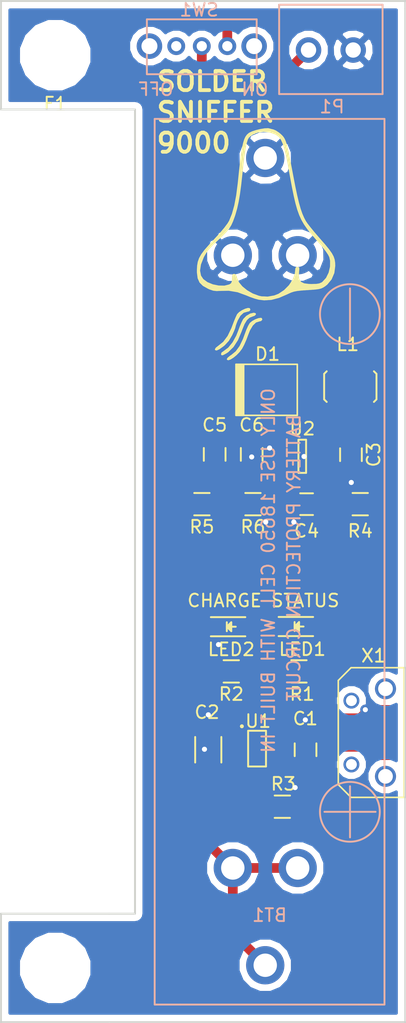
<source format=kicad_pcb>
(kicad_pcb (version 20160815) (host pcbnew "(2017-01-24 revision 0b6147e)-makepkg")

  (general
    (links 42)
    (no_connects 0)
    (area 132.784999 42.104999 164.605001 122.255001)
    (thickness 1.6)
    (drawings 16)
    (tracks 126)
    (zones 0)
    (modules 25)
    (nets 16)
  )

  (page A4)
  (layers
    (0 F.Cu signal)
    (31 B.Cu signal hide)
    (32 B.Adhes user)
    (33 F.Adhes user)
    (34 B.Paste user)
    (35 F.Paste user)
    (36 B.SilkS user)
    (37 F.SilkS user)
    (38 B.Mask user)
    (39 F.Mask user)
    (40 Dwgs.User user)
    (41 Cmts.User user)
    (42 Eco1.User user)
    (43 Eco2.User user)
    (44 Edge.Cuts user)
    (45 Margin user)
    (46 B.CrtYd user)
    (47 F.CrtYd user)
    (48 B.Fab user)
    (49 F.Fab user)
  )

  (setup
    (last_trace_width 0.381)
    (user_trace_width 0.254)
    (user_trace_width 0.381)
    (user_trace_width 0.508)
    (user_trace_width 0.635)
    (user_trace_width 0.762)
    (trace_clearance 0.2)
    (zone_clearance 0.508)
    (zone_45_only no)
    (trace_min 0.2)
    (segment_width 0.2)
    (edge_width 0.15)
    (via_size 0.8)
    (via_drill 0.4)
    (via_min_size 0.4)
    (via_min_drill 0.3)
    (uvia_size 0.3)
    (uvia_drill 0.1)
    (uvias_allowed no)
    (uvia_min_size 0.2)
    (uvia_min_drill 0.1)
    (pcb_text_width 0.3)
    (pcb_text_size 1.5 1.5)
    (mod_edge_width 0.15)
    (mod_text_size 1 1)
    (mod_text_width 0.15)
    (pad_size 1.524 1.524)
    (pad_drill 0.762)
    (pad_to_mask_clearance 0.2)
    (aux_axis_origin 0 0)
    (visible_elements 7FFEFF5F)
    (pcbplotparams
      (layerselection 0x010f0_ffffffff)
      (usegerberextensions true)
      (excludeedgelayer true)
      (linewidth 0.100000)
      (plotframeref false)
      (viasonmask false)
      (mode 1)
      (useauxorigin false)
      (hpglpennumber 1)
      (hpglpenspeed 20)
      (hpglpendiameter 15)
      (psnegative false)
      (psa4output false)
      (plotreference true)
      (plotvalue true)
      (plotinvisibletext false)
      (padsonsilk false)
      (subtractmaskfromsilk true)
      (outputformat 1)
      (mirror false)
      (drillshape 0)
      (scaleselection 1)
      (outputdirectory Gerber/))
  )

  (net 0 "")
  (net 1 GND)
  (net 2 /ss9000-charge/+VBAT)
  (net 3 /ss9000-charge/+5V)
  (net 4 "Net-(C4-Pad1)")
  (net 5 /ss9000-power/+12V)
  (net 6 "Net-(C5-Pad2)")
  (net 7 "Net-(D1-Pad2)")
  (net 8 "Net-(LED1-Pad1)")
  (net 9 "Net-(LED2-Pad2)")
  (net 10 "Net-(R1-Pad2)")
  (net 11 "Net-(R3-Pad1)")
  (net 12 "Net-(X1-Pad2)")
  (net 13 "Net-(X1-Pad3)")
  (net 14 "Net-(X1-Pad4)")
  (net 15 "Net-(C3-Pad1)")

  (net_class Default "This is the default net class."
    (clearance 0.2)
    (trace_width 0.25)
    (via_dia 0.8)
    (via_drill 0.4)
    (uvia_dia 0.3)
    (uvia_drill 0.1)
    (add_net /ss9000-charge/+5V)
    (add_net /ss9000-charge/+VBAT)
    (add_net /ss9000-power/+12V)
    (add_net GND)
    (add_net "Net-(C3-Pad1)")
    (add_net "Net-(C4-Pad1)")
    (add_net "Net-(C5-Pad2)")
    (add_net "Net-(D1-Pad2)")
    (add_net "Net-(LED1-Pad1)")
    (add_net "Net-(LED2-Pad2)")
    (add_net "Net-(R1-Pad2)")
    (add_net "Net-(R3-Pad1)")
    (add_net "Net-(X1-Pad2)")
    (add_net "Net-(X1-Pad3)")
    (add_net "Net-(X1-Pad4)")
  )

  (module logo_fumes:LOGO (layer F.Cu) (tedit 0) (tstamp 5921B066)
    (at 151.4 68.3)
    (fp_text reference G*** (at 0 0) (layer F.SilkS) hide
      (effects (font (thickness 0.3)))
    )
    (fp_text value LOGO (at 0.75 0) (layer F.SilkS) hide
      (effects (font (thickness 0.3)))
    )
    (fp_poly (pts (xy 1.89339 -1.270811) (xy 1.92825 -1.153742) (xy 1.838919 -1.051695) (xy 1.694833 -1.016)
      (xy 1.435745 -0.933607) (xy 1.187855 -0.695521) (xy 0.962256 -0.315382) (xy 0.807494 0.075176)
      (xy 0.667302 0.450624) (xy 0.504475 0.81967) (xy 0.352204 1.107635) (xy 0.339722 1.1277)
      (xy 0.146776 1.384223) (xy -0.083417 1.620546) (xy -0.323408 1.818163) (xy -0.545752 1.958564)
      (xy -0.723002 2.023243) (xy -0.82771 1.993691) (xy -0.844389 1.926166) (xy -0.77613 1.823482)
      (xy -0.605332 1.682375) (xy -0.492928 1.608666) (xy -0.148153 1.325693) (xy 0.152127 0.91525)
      (xy 0.418218 0.361363) (xy 0.556097 -0.017305) (xy 0.683506 -0.35968) (xy 0.819822 -0.662471)
      (xy 0.939583 -0.870341) (xy 0.96128 -0.897954) (xy 1.139751 -1.04684) (xy 1.377634 -1.177298)
      (xy 1.621077 -1.267787) (xy 1.816228 -1.296766) (xy 1.89339 -1.270811)) (layer F.SilkS) (width 0.01))
    (fp_poly (pts (xy 1.411495 -1.653282) (xy 1.429514 -1.562195) (xy 1.332593 -1.463675) (xy 1.182779 -1.40919)
      (xy 0.935152 -1.313073) (xy 0.724411 -1.118705) (xy 0.534277 -0.804157) (xy 0.348473 -0.347505)
      (xy 0.308491 -0.231534) (xy 0.02318 0.445373) (xy -0.329094 0.989855) (xy -0.739238 1.388917)
      (xy -0.900092 1.494938) (xy -1.116502 1.61124) (xy -1.233579 1.639569) (xy -1.291793 1.587498)
      (xy -1.299345 1.569648) (xy -1.267866 1.432407) (xy -1.107448 1.315839) (xy -0.73639 1.03988)
      (xy -0.395018 0.622752) (xy -0.103525 0.092354) (xy 0.03858 -0.267347) (xy 0.1691 -0.620118)
      (xy 0.30288 -0.937354) (xy 0.416415 -1.164478) (xy 0.443632 -1.207778) (xy 0.680758 -1.45131)
      (xy 0.979555 -1.627005) (xy 1.265796 -1.693334) (xy 1.411495 -1.653282)) (layer F.SilkS) (width 0.01))
    (fp_poly (pts (xy 0.944313 -2.052254) (xy 0.949883 -2.047318) (xy 0.995135 -1.919429) (xy 0.907903 -1.814037)
      (xy 0.754025 -1.778) (xy 0.46996 -1.696008) (xy 0.213584 -1.45998) (xy 0.008686 -1.102092)
      (xy -0.0922 -0.849991) (xy -0.156718 -0.654983) (xy -0.169333 -0.589076) (xy -0.203833 -0.467511)
      (xy -0.294503 -0.242021) (xy -0.422096 0.039707) (xy -0.428769 0.053723) (xy -0.688054 0.498815)
      (xy -1.009453 0.847175) (xy -1.113705 0.933661) (xy -1.430828 1.160166) (xy -1.647794 1.260213)
      (xy -1.761114 1.232605) (xy -1.778 1.161254) (xy -1.711499 1.047306) (xy -1.549998 0.91801)
      (xy -1.535853 0.909469) (xy -1.128179 0.583691) (xy -0.781106 0.119357) (xy -0.486458 -0.495016)
      (xy -0.431336 -0.64179) (xy -0.297188 -0.997114) (xy -0.167943 -1.311073) (xy -0.063912 -1.535408)
      (xy -0.029985 -1.59542) (xy 0.120044 -1.747926) (xy 0.343533 -1.893404) (xy 0.589438 -2.008312)
      (xy 0.806713 -2.069109) (xy 0.944313 -2.052254)) (layer F.SilkS) (width 0.01))
  )

  (module logo:LOGO (layer F.Cu) (tedit 0) (tstamp 5921AA4C)
    (at 153.5 58.9)
    (fp_text reference G*** (at 0 0) (layer F.SilkS) hide
      (effects (font (thickness 0.3)))
    )
    (fp_text value LOGO (at 0.75 0) (layer F.SilkS) hide
      (effects (font (thickness 0.3)))
    )
    (fp_poly (pts (xy 0.351954 -6.738438) (xy 0.517036 -6.694213) (xy 0.700634 -6.651256) (xy 0.899457 -6.564719)
      (xy 1.144125 -6.401696) (xy 1.272811 -6.295054) (xy 1.392618 -6.180582) (xy 1.493948 -6.061156)
      (xy 1.582465 -5.917895) (xy 1.663831 -5.731918) (xy 1.74371 -5.484341) (xy 1.827765 -5.156285)
      (xy 1.921658 -4.728865) (xy 2.031052 -4.183202) (xy 2.161611 -3.500412) (xy 2.246664 -3.048)
      (xy 2.411244 -2.196714) (xy 2.559619 -1.492281) (xy 2.697645 -0.913665) (xy 2.831178 -0.439829)
      (xy 2.966075 -0.049737) (xy 3.108192 0.277648) (xy 3.241964 0.527324) (xy 3.372888 0.71777)
      (xy 3.592053 1.001262) (xy 3.873579 1.345746) (xy 4.191588 1.719165) (xy 4.349254 1.898891)
      (xy 4.755562 2.364805) (xy 5.058618 2.735629) (xy 5.273206 3.037691) (xy 5.414107 3.297317)
      (xy 5.496104 3.540833) (xy 5.533979 3.794567) (xy 5.542453 4.023927) (xy 5.470785 4.58695)
      (xy 5.25786 5.088041) (xy 4.917834 5.498185) (xy 4.763476 5.620495) (xy 4.603069 5.725169)
      (xy 4.447109 5.798264) (xy 4.257247 5.848243) (xy 3.995135 5.883567) (xy 3.622423 5.912701)
      (xy 3.367933 5.928466) (xy 2.904218 5.960182) (xy 2.564971 5.997003) (xy 2.305373 6.048031)
      (xy 2.080606 6.122369) (xy 1.845851 6.229117) (xy 1.817163 6.243395) (xy 1.147603 6.533975)
      (xy 0.546364 6.694621) (xy -0.018929 6.731537) (xy -0.454316 6.678712) (xy -0.754378 6.59802)
      (xy -1.118279 6.471025) (xy -1.410609 6.349982) (xy -2.105594 6.09547) (xy -2.781959 5.98115)
      (xy -3.397826 5.987216) (xy -3.745815 6.002903) (xy -4.011588 5.97299) (xy -4.279215 5.883853)
      (xy -4.42149 5.821321) (xy -4.820231 5.598258) (xy -5.082398 5.339086) (xy -5.230428 5.007117)
      (xy -5.286758 4.565663) (xy -5.289117 4.402667) (xy -5.289068 4.40147) (xy -5.050233 4.40147)
      (xy -4.973204 4.798396) (xy -4.792637 5.070638) (xy -4.467259 5.310245) (xy -4.044113 5.483305)
      (xy -3.579457 5.578243) (xy -3.129553 5.583482) (xy -2.755651 5.489743) (xy -2.616337 5.398893)
      (xy -2.553756 5.256612) (xy -2.54 5.024077) (xy -2.527733 4.790669) (xy -2.477998 4.682558)
      (xy -2.374504 4.656667) (xy -2.248299 4.705862) (xy -2.170394 4.876875) (xy -2.150724 4.967341)
      (xy -2.011122 5.302355) (xy -1.737347 5.636111) (xy -1.362824 5.943152) (xy -0.920974 6.198021)
      (xy -0.445221 6.375259) (xy -0.242847 6.420513) (xy 0.257586 6.442412) (xy 0.768573 6.352988)
      (xy 1.098364 6.224191) (xy 1.537495 5.930706) (xy 1.914215 5.552309) (xy 2.200419 5.126955)
      (xy 2.368005 4.692603) (xy 2.399307 4.467142) (xy 2.421583 4.235655) (xy 2.479566 4.129813)
      (xy 2.582333 4.106334) (xy 2.713252 4.154293) (xy 2.72762 4.275667) (xy 2.685229 4.739976)
      (xy 2.722712 5.068419) (xy 2.857267 5.282438) (xy 3.106091 5.403472) (xy 3.486381 5.452963)
      (xy 3.675552 5.457511) (xy 4.037655 5.449293) (xy 4.282643 5.413032) (xy 4.461787 5.338592)
      (xy 4.538712 5.286867) (xy 4.823027 4.978902) (xy 5.027772 4.565592) (xy 5.13877 4.097792)
      (xy 5.141842 3.626357) (xy 5.080174 3.344861) (xy 4.981587 3.153525) (xy 4.795018 2.879036)
      (xy 4.549067 2.561052) (xy 4.325059 2.297824) (xy 3.933876 1.855017) (xy 3.603016 1.466202)
      (xy 3.324429 1.111367) (xy 3.090066 0.770499) (xy 2.891876 0.423587) (xy 2.72181 0.050616)
      (xy 2.571818 -0.368425) (xy 2.433849 -0.853549) (xy 2.299855 -1.424768) (xy 2.161785 -2.102095)
      (xy 2.011589 -2.905542) (xy 1.841218 -3.855123) (xy 1.834183 -3.894666) (xy 1.741292 -4.369204)
      (xy 1.635542 -4.833635) (xy 1.529477 -5.236856) (xy 1.435644 -5.527763) (xy 1.429266 -5.544087)
      (xy 1.291872 -5.849125) (xy 1.148816 -6.048093) (xy 0.953015 -6.19911) (xy 0.850554 -6.258462)
      (xy 0.403437 -6.426265) (xy -0.077334 -6.475042) (xy -0.546664 -6.409818) (xy -0.95946 -6.235621)
      (xy -1.212067 -6.028571) (xy -1.303506 -5.869804) (xy -1.390827 -5.59445) (xy -1.475972 -5.191835)
      (xy -1.560886 -4.651286) (xy -1.647511 -3.962132) (xy -1.731662 -3.175) (xy -1.825654 -2.313794)
      (xy -1.922151 -1.592913) (xy -2.026312 -0.983367) (xy -2.143298 -0.456167) (xy -2.27827 0.017675)
      (xy -2.325459 0.160882) (xy -2.461936 0.537809) (xy -2.599126 0.841753) (xy -2.76285 1.109006)
      (xy -2.978929 1.375863) (xy -3.273183 1.678616) (xy -3.671435 2.05356) (xy -3.673083 2.05508)
      (xy -4.057264 2.42132) (xy -4.338006 2.72209) (xy -4.546328 2.994856) (xy -4.713248 3.27708)
      (xy -4.758137 3.365633) (xy -4.978545 3.923943) (xy -5.050233 4.40147) (xy -5.289068 4.40147)
      (xy -5.274208 4.038703) (xy -5.222621 3.72242) (xy -5.119281 3.42625) (xy -4.949115 3.122623)
      (xy -4.697047 2.78397) (xy -4.348003 2.382721) (xy -3.954866 1.962465) (xy -3.50624 1.47514)
      (xy -3.144306 1.047396) (xy -2.883977 0.697617) (xy -2.761063 0.490771) (xy -2.542599 -0.049753)
      (xy -2.360345 -0.706529) (xy -2.210631 -1.495939) (xy -2.089788 -2.434368) (xy -2.07609 -2.567347)
      (xy -1.985405 -3.444567) (xy -1.903371 -4.169336) (xy -1.826201 -4.758075) (xy -1.750109 -5.227208)
      (xy -1.671306 -5.593158) (xy -1.586006 -5.872349) (xy -1.490421 -6.081203) (xy -1.380764 -6.236144)
      (xy -1.253248 -6.353596) (xy -1.193213 -6.395855) (xy -0.966578 -6.503889) (xy -0.649396 -6.605846)
      (xy -0.297888 -6.689262) (xy 0.031728 -6.741673) (xy 0.283232 -6.750614) (xy 0.351954 -6.738438)) (layer F.SilkS) (width 0.01))
  )

  (module Batteries_Keystone_54:Batteries_Keystone_54 (layer B.Cu) (tedit 5920CB78) (tstamp 5920AF42)
    (at 153.9 86.8 180)
    (path /590B4C13/590F1805)
    (fp_text reference BT1 (at 0 -27 180) (layer B.SilkS)
      (effects (font (size 1 1) (thickness 0.15)) (justify mirror))
    )
    (fp_text value "1 Cell Li-Ion Battery" (at -6.77 -0.03 90) (layer B.Fab)
      (effects (font (size 1 1) (thickness 0.15)) (justify mirror))
    )
    (fp_line (start -6.3 -20.9) (end -6.3 -16.9) (layer B.SilkS) (width 0.15))
    (fp_line (start -6.3 -18.9) (end -8.3 -18.9) (layer B.SilkS) (width 0.15))
    (fp_line (start -6.3 -18.9) (end -4.3 -18.9) (layer B.SilkS) (width 0.15))
    (fp_line (start -6.3 22.1) (end -6.3 18.1) (layer B.SilkS) (width 0.15))
    (fp_line (start -7 -34) (end 7 -34) (layer B.SilkS) (width 0.15))
    (fp_line (start 9 35) (end 9 -34) (layer B.SilkS) (width 0.15))
    (fp_line (start -9 35.38) (end 9 35.38) (layer B.SilkS) (width 0.15))
    (fp_line (start -9 -34) (end -9 35) (layer B.SilkS) (width 0.15))
    (fp_line (start -7 -34) (end -9 -34) (layer B.SilkS) (width 0.15))
    (fp_line (start 7 -34) (end 9 -34) (layer B.SilkS) (width 0.15))
    (fp_circle (center -6.29 20.09) (end -4.92 18.19) (layer B.SilkS) (width 0.15))
    (fp_circle (center -6.29 -18.9) (end -4.92 -20.8) (layer B.SilkS) (width 0.15))
    (fp_line (start -9 35.38) (end -9 35) (layer B.SilkS) (width 0.15))
    (fp_line (start 9 35.38) (end 9 35.01) (layer B.SilkS) (width 0.15))
    (fp_text user "ONLY USE 18650 CELL WITH BUILT IN" (at 0.1 0 90) (layer B.SilkS)
      (effects (font (size 1 1) (thickness 0.15)) (justify mirror))
    )
    (fp_text user "BATTERY PROTECTION CIRCUIT" (at -1.9 1 90) (layer B.SilkS)
      (effects (font (size 1 1) (thickness 0.15)) (justify mirror))
    )
    (pad 1 thru_hole circle (at -2.2 -23.3 180) (size 3 3) (drill 1.83) (layers *.Cu *.Mask)
      (net 2 /ss9000-charge/+VBAT))
    (pad 1 thru_hole circle (at 2.88 -23.3 180) (size 3 3) (drill 1.83) (layers *.Cu *.Mask)
      (net 2 /ss9000-charge/+VBAT))
    (pad 1 thru_hole circle (at 0.34 -30.92 180) (size 3 3) (drill 1.83) (layers *.Cu *.Mask)
      (net 2 /ss9000-charge/+VBAT))
    (pad 2 thru_hole circle (at -2.2 24.7 180) (size 3 3) (drill 1.83) (layers *.Cu *.Mask)
      (net 1 GND))
    (pad 2 thru_hole circle (at 2.88 24.7 180) (size 3 3) (drill 1.83) (layers *.Cu *.Mask)
      (net 1 GND))
    (pad 2 thru_hole circle (at 0.34 32.32 180) (size 3 3) (drill 1.83) (layers *.Cu *.Mask)
      (net 1 GND))
    (model ${KIPRJMOD}/3dmodels/Batteries_Keystone_54.step
      (at (xyz 0.01181102362204724 -0.8464566929133859 0.015748031496063))
      (scale (xyz 1 1 1))
      (rotate (xyz 270 0 90))
    )
    (model ${KIPRJMOD}/3dmodels/Batteries_Keystone_54.step
      (at (xyz 0.01181102362204724 0.8976377952755906 0.015748031496063))
      (scale (xyz 1 1 1))
      (rotate (xyz 270 0 270))
    )
    (model ${KIPRJMOD}/3dmodels/Battery_18650_c.step
      (at (xyz -1.011811023622047 1.299212598425197 0.9448818897637796))
      (scale (xyz 0.9 0.9 1))
      (rotate (xyz 90 0 180))
    )
  )

  (module Capacitors_SMD:C_0805 (layer F.Cu) (tedit 5920CADC) (tstamp 591FB4E4)
    (at 156.718 100.838 90)
    (descr "Capacitor SMD 0805, reflow soldering, AVX (see smccp.pdf)")
    (tags "capacitor 0805")
    (path /590B4C13/590D513A)
    (attr smd)
    (fp_text reference C1 (at 2.438 -0.018 180) (layer F.SilkS)
      (effects (font (size 1 1) (thickness 0.15)))
    )
    (fp_text value 4.7uF (at 0 2.1 90) (layer F.Fab)
      (effects (font (size 1 1) (thickness 0.15)))
    )
    (fp_line (start -1.8 -1) (end 1.8 -1) (layer F.CrtYd) (width 0.05))
    (fp_line (start -1.8 1) (end 1.8 1) (layer F.CrtYd) (width 0.05))
    (fp_line (start -1.8 -1) (end -1.8 1) (layer F.CrtYd) (width 0.05))
    (fp_line (start 1.8 -1) (end 1.8 1) (layer F.CrtYd) (width 0.05))
    (fp_line (start 0.5 -0.85) (end -0.5 -0.85) (layer F.SilkS) (width 0.15))
    (fp_line (start -0.5 0.85) (end 0.5 0.85) (layer F.SilkS) (width 0.15))
    (pad 1 smd rect (at -1 0 90) (size 1 1.25) (layers F.Cu F.Paste F.Mask)
      (net 3 /ss9000-charge/+5V))
    (pad 2 smd rect (at 1 0 90) (size 1 1.25) (layers F.Cu F.Paste F.Mask)
      (net 1 GND))
    (model Capacitors_SMD.3dshapes/C_0805.wrl
      (at (xyz 0 0 0))
      (scale (xyz 1 1 1))
      (rotate (xyz 0 0 0))
    )
  )

  (module Capacitors_SMD:C_1206 (layer F.Cu) (tedit 5920CAC6) (tstamp 591FB4EA)
    (at 149.098 100.838 90)
    (descr "Capacitor SMD 1206, reflow soldering, AVX (see smccp.pdf)")
    (tags "capacitor 1206")
    (path /590B4C13/590D5163)
    (attr smd)
    (fp_text reference C2 (at 2.938 -0.098 180) (layer F.SilkS)
      (effects (font (size 1 1) (thickness 0.15)))
    )
    (fp_text value 10uF (at 0 2.3 90) (layer F.Fab)
      (effects (font (size 1 1) (thickness 0.15)))
    )
    (fp_line (start -2.3 -1.15) (end 2.3 -1.15) (layer F.CrtYd) (width 0.05))
    (fp_line (start -2.3 1.15) (end 2.3 1.15) (layer F.CrtYd) (width 0.05))
    (fp_line (start -2.3 -1.15) (end -2.3 1.15) (layer F.CrtYd) (width 0.05))
    (fp_line (start 2.3 -1.15) (end 2.3 1.15) (layer F.CrtYd) (width 0.05))
    (fp_line (start 1 -1.025) (end -1 -1.025) (layer F.SilkS) (width 0.15))
    (fp_line (start -1 1.025) (end 1 1.025) (layer F.SilkS) (width 0.15))
    (pad 1 smd rect (at -1.5 0 90) (size 1 1.6) (layers F.Cu F.Paste F.Mask)
      (net 2 /ss9000-charge/+VBAT))
    (pad 2 smd rect (at 1.5 0 90) (size 1 1.6) (layers F.Cu F.Paste F.Mask)
      (net 1 GND))
    (model Capacitors_SMD.3dshapes/C_1206.wrl
      (at (xyz 0 0 0))
      (scale (xyz 1 1 1))
      (rotate (xyz 0 0 0))
    )
  )

  (module Capacitors_SMD:C_0805 (layer F.Cu) (tedit 59208234) (tstamp 591FB4F0)
    (at 160.274 77.724 270)
    (descr "Capacitor SMD 0805, reflow soldering, AVX (see smccp.pdf)")
    (tags "capacitor 0805")
    (path /590B4C3E/590C944A)
    (attr smd)
    (fp_text reference C3 (at 0 -1.778 270) (layer F.SilkS)
      (effects (font (size 1 1) (thickness 0.15)))
    )
    (fp_text value 2.2uF (at 0 2.1 270) (layer F.Fab)
      (effects (font (size 1 1) (thickness 0.15)))
    )
    (fp_line (start -0.5 0.85) (end 0.5 0.85) (layer F.SilkS) (width 0.15))
    (fp_line (start 0.5 -0.85) (end -0.5 -0.85) (layer F.SilkS) (width 0.15))
    (fp_line (start 1.8 -1) (end 1.8 1) (layer F.CrtYd) (width 0.05))
    (fp_line (start -1.8 -1) (end -1.8 1) (layer F.CrtYd) (width 0.05))
    (fp_line (start -1.8 1) (end 1.8 1) (layer F.CrtYd) (width 0.05))
    (fp_line (start -1.8 -1) (end 1.8 -1) (layer F.CrtYd) (width 0.05))
    (pad 2 smd rect (at 1 0 270) (size 1 1.25) (layers F.Cu F.Paste F.Mask)
      (net 1 GND))
    (pad 1 smd rect (at -1 0 270) (size 1 1.25) (layers F.Cu F.Paste F.Mask)
      (net 15 "Net-(C3-Pad1)"))
    (model Capacitors_SMD.3dshapes/C_0805.wrl
      (at (xyz 0 0 0))
      (scale (xyz 1 1 1))
      (rotate (xyz 0 0 0))
    )
  )

  (module Capacitors_SMD:C_0805 (layer F.Cu) (tedit 5415D6EA) (tstamp 591FB4F6)
    (at 156.8 81.6 180)
    (descr "Capacitor SMD 0805, reflow soldering, AVX (see smccp.pdf)")
    (tags "capacitor 0805")
    (path /590B4C3E/590C93A2)
    (attr smd)
    (fp_text reference C4 (at 0 -2.1 180) (layer F.SilkS)
      (effects (font (size 1 1) (thickness 0.15)))
    )
    (fp_text value 56nF (at 0 2.1 180) (layer F.Fab)
      (effects (font (size 1 1) (thickness 0.15)))
    )
    (fp_line (start -1.8 -1) (end 1.8 -1) (layer F.CrtYd) (width 0.05))
    (fp_line (start -1.8 1) (end 1.8 1) (layer F.CrtYd) (width 0.05))
    (fp_line (start -1.8 -1) (end -1.8 1) (layer F.CrtYd) (width 0.05))
    (fp_line (start 1.8 -1) (end 1.8 1) (layer F.CrtYd) (width 0.05))
    (fp_line (start 0.5 -0.85) (end -0.5 -0.85) (layer F.SilkS) (width 0.15))
    (fp_line (start -0.5 0.85) (end 0.5 0.85) (layer F.SilkS) (width 0.15))
    (pad 1 smd rect (at -1 0 180) (size 1 1.25) (layers F.Cu F.Paste F.Mask)
      (net 4 "Net-(C4-Pad1)"))
    (pad 2 smd rect (at 1 0 180) (size 1 1.25) (layers F.Cu F.Paste F.Mask)
      (net 1 GND))
    (model Capacitors_SMD.3dshapes/C_0805.wrl
      (at (xyz 0 0 0))
      (scale (xyz 1 1 1))
      (rotate (xyz 0 0 0))
    )
  )

  (module Capacitors_SMD:C_0805 (layer F.Cu) (tedit 592080C3) (tstamp 591FB4FC)
    (at 149.6 77.7 270)
    (descr "Capacitor SMD 0805, reflow soldering, AVX (see smccp.pdf)")
    (tags "capacitor 0805")
    (path /590B4C3E/590C9643)
    (attr smd)
    (fp_text reference C5 (at -2.3 0 360) (layer F.SilkS)
      (effects (font (size 1 1) (thickness 0.15)))
    )
    (fp_text value 2.2pF (at 0 2.1 270) (layer F.Fab)
      (effects (font (size 1 1) (thickness 0.15)))
    )
    (fp_line (start -1.8 -1) (end 1.8 -1) (layer F.CrtYd) (width 0.05))
    (fp_line (start -1.8 1) (end 1.8 1) (layer F.CrtYd) (width 0.05))
    (fp_line (start -1.8 -1) (end -1.8 1) (layer F.CrtYd) (width 0.05))
    (fp_line (start 1.8 -1) (end 1.8 1) (layer F.CrtYd) (width 0.05))
    (fp_line (start 0.5 -0.85) (end -0.5 -0.85) (layer F.SilkS) (width 0.15))
    (fp_line (start -0.5 0.85) (end 0.5 0.85) (layer F.SilkS) (width 0.15))
    (pad 1 smd rect (at -1 0 270) (size 1 1.25) (layers F.Cu F.Paste F.Mask)
      (net 5 /ss9000-power/+12V))
    (pad 2 smd rect (at 1 0 270) (size 1 1.25) (layers F.Cu F.Paste F.Mask)
      (net 6 "Net-(C5-Pad2)"))
    (model Capacitors_SMD.3dshapes/C_0805.wrl
      (at (xyz 0 0 0))
      (scale (xyz 1 1 1))
      (rotate (xyz 0 0 0))
    )
  )

  (module Capacitors_SMD:C_0805 (layer F.Cu) (tedit 592080C8) (tstamp 591FB502)
    (at 152.5 77.7 270)
    (descr "Capacitor SMD 0805, reflow soldering, AVX (see smccp.pdf)")
    (tags "capacitor 0805")
    (path /590B4C3E/590C993A)
    (attr smd)
    (fp_text reference C6 (at -2.3 0 360) (layer F.SilkS)
      (effects (font (size 1 1) (thickness 0.15)))
    )
    (fp_text value 4.7uF (at 0 2.1 270) (layer F.Fab)
      (effects (font (size 1 1) (thickness 0.15)))
    )
    (fp_line (start -0.5 0.85) (end 0.5 0.85) (layer F.SilkS) (width 0.15))
    (fp_line (start 0.5 -0.85) (end -0.5 -0.85) (layer F.SilkS) (width 0.15))
    (fp_line (start 1.8 -1) (end 1.8 1) (layer F.CrtYd) (width 0.05))
    (fp_line (start -1.8 -1) (end -1.8 1) (layer F.CrtYd) (width 0.05))
    (fp_line (start -1.8 1) (end 1.8 1) (layer F.CrtYd) (width 0.05))
    (fp_line (start -1.8 -1) (end 1.8 -1) (layer F.CrtYd) (width 0.05))
    (pad 2 smd rect (at 1 0 270) (size 1 1.25) (layers F.Cu F.Paste F.Mask)
      (net 1 GND))
    (pad 1 smd rect (at -1 0 270) (size 1 1.25) (layers F.Cu F.Paste F.Mask)
      (net 5 /ss9000-power/+12V))
    (model Capacitors_SMD.3dshapes/C_0805.wrl
      (at (xyz 0 0 0))
      (scale (xyz 1 1 1))
      (rotate (xyz 0 0 0))
    )
  )

  (module Bourns_SRN4018_2R7M:Bourns_SRN4018_2R7M (layer F.Cu) (tedit 59208A4D) (tstamp 591FB51A)
    (at 160.274 72.39 90)
    (path /590B4C3E/590C9573)
    (fp_text reference L1 (at 3.302 -0.254 180) (layer F.SilkS)
      (effects (font (size 1 1) (thickness 0.15)))
    )
    (fp_text value 2.7uH (at -2.4 -7.2 90) (layer F.Fab)
      (effects (font (size 1 1) (thickness 0.15)))
    )
    (fp_line (start 1 -2.1) (end 1.2 -1.9) (layer F.SilkS) (width 0.15))
    (fp_line (start -1 -2.1) (end 1 -2.1) (layer F.SilkS) (width 0.15))
    (fp_line (start -1.2 -1.9) (end -1 -2.1) (layer F.SilkS) (width 0.15))
    (fp_line (start 1 2) (end 1.2 1.8) (layer F.SilkS) (width 0.15))
    (fp_line (start -1 2) (end 1 2) (layer F.SilkS) (width 0.15))
    (fp_line (start -1.2 1.8) (end -1 2) (layer F.SilkS) (width 0.15))
    (pad 2 smd rect (at 1.55 -0.05 90) (size 1.5 3.6) (layers F.Cu F.Paste F.Mask)
      (net 7 "Net-(D1-Pad2)"))
    (pad 1 smd rect (at -1.5 -0.05 90) (size 1.5 3.6) (layers F.Cu F.Paste F.Mask)
      (net 15 "Net-(C3-Pad1)"))
    (model ${KIPRJMOD}/3dmodels/srn4018.stp
      (at (xyz 0.001181102362204724 0.001181102362204724 0.07874015748031496))
      (scale (xyz 1 1 1))
      (rotate (xyz 90 0 0))
    )
  )

  (module LEDs:LED_0805 (layer F.Cu) (tedit 59208A02) (tstamp 591FB520)
    (at 156.21 91.186)
    (descr "LED 0805 smd package")
    (tags "LED 0805 SMD")
    (path /590B4C13/590E6DE0)
    (attr smd)
    (fp_text reference LED1 (at 0.254 1.778) (layer F.SilkS)
      (effects (font (size 1 1) (thickness 0.15)))
    )
    (fp_text value RED (at 0 1.75) (layer F.Fab)
      (effects (font (size 1 1) (thickness 0.15)))
    )
    (fp_line (start -1.6 0.75) (end 1.1 0.75) (layer F.SilkS) (width 0.15))
    (fp_line (start -1.6 -0.75) (end 1.1 -0.75) (layer F.SilkS) (width 0.15))
    (fp_line (start -0.1 0.15) (end -0.1 -0.1) (layer F.SilkS) (width 0.15))
    (fp_line (start -0.1 -0.1) (end -0.25 0.05) (layer F.SilkS) (width 0.15))
    (fp_line (start -0.35 -0.35) (end -0.35 0.35) (layer F.SilkS) (width 0.15))
    (fp_line (start 0 0) (end 0.35 0) (layer F.SilkS) (width 0.15))
    (fp_line (start -0.35 0) (end 0 -0.35) (layer F.SilkS) (width 0.15))
    (fp_line (start 0 -0.35) (end 0 0.35) (layer F.SilkS) (width 0.15))
    (fp_line (start 0 0.35) (end -0.35 0) (layer F.SilkS) (width 0.15))
    (fp_line (start 1.9 -0.95) (end 1.9 0.95) (layer F.CrtYd) (width 0.05))
    (fp_line (start 1.9 0.95) (end -1.9 0.95) (layer F.CrtYd) (width 0.05))
    (fp_line (start -1.9 0.95) (end -1.9 -0.95) (layer F.CrtYd) (width 0.05))
    (fp_line (start -1.9 -0.95) (end 1.9 -0.95) (layer F.CrtYd) (width 0.05))
    (pad 2 smd rect (at 1.04902 0 180) (size 1.19888 1.19888) (layers F.Cu F.Paste F.Mask)
      (net 3 /ss9000-charge/+5V))
    (pad 1 smd rect (at -1.04902 0 180) (size 1.19888 1.19888) (layers F.Cu F.Paste F.Mask)
      (net 8 "Net-(LED1-Pad1)"))
    (model LEDs.3dshapes/LED_0805.wrl
      (at (xyz 0 0 0))
      (scale (xyz 1 1 1))
      (rotate (xyz 0 0 0))
    )
  )

  (module LEDs:LED_0805 (layer F.Cu) (tedit 59208A14) (tstamp 591FB526)
    (at 150.9 91.2)
    (descr "LED 0805 smd package")
    (tags "LED 0805 SMD")
    (path /590B4C13/590E6EBB)
    (attr smd)
    (fp_text reference LED2 (at 0 1.778) (layer F.SilkS)
      (effects (font (size 1 1) (thickness 0.15)))
    )
    (fp_text value GREEN (at 0 1.75) (layer F.Fab)
      (effects (font (size 1 1) (thickness 0.15)))
    )
    (fp_line (start -1.9 -0.95) (end 1.9 -0.95) (layer F.CrtYd) (width 0.05))
    (fp_line (start -1.9 0.95) (end -1.9 -0.95) (layer F.CrtYd) (width 0.05))
    (fp_line (start 1.9 0.95) (end -1.9 0.95) (layer F.CrtYd) (width 0.05))
    (fp_line (start 1.9 -0.95) (end 1.9 0.95) (layer F.CrtYd) (width 0.05))
    (fp_line (start 0 0.35) (end -0.35 0) (layer F.SilkS) (width 0.15))
    (fp_line (start 0 -0.35) (end 0 0.35) (layer F.SilkS) (width 0.15))
    (fp_line (start -0.35 0) (end 0 -0.35) (layer F.SilkS) (width 0.15))
    (fp_line (start 0 0) (end 0.35 0) (layer F.SilkS) (width 0.15))
    (fp_line (start -0.35 -0.35) (end -0.35 0.35) (layer F.SilkS) (width 0.15))
    (fp_line (start -0.1 -0.1) (end -0.25 0.05) (layer F.SilkS) (width 0.15))
    (fp_line (start -0.1 0.15) (end -0.1 -0.1) (layer F.SilkS) (width 0.15))
    (fp_line (start -1.6 -0.75) (end 1.1 -0.75) (layer F.SilkS) (width 0.15))
    (fp_line (start -1.6 0.75) (end 1.1 0.75) (layer F.SilkS) (width 0.15))
    (pad 1 smd rect (at -1.04902 0 180) (size 1.19888 1.19888) (layers F.Cu F.Paste F.Mask)
      (net 1 GND))
    (pad 2 smd rect (at 1.04902 0 180) (size 1.19888 1.19888) (layers F.Cu F.Paste F.Mask)
      (net 9 "Net-(LED2-Pad2)"))
    (model LEDs.3dshapes/LED_0805.wrl
      (at (xyz 0 0 0))
      (scale (xyz 1 1 1))
      (rotate (xyz 0 0 0))
    )
  )

  (module Connector_OnShore_OSTTE020104:Connector_OnShore_OSTTE020104 (layer B.Cu) (tedit 591FB619) (tstamp 591FB530)
    (at 158.75 45.974)
    (path /590B4C3E/590F1EDC)
    (fp_text reference P1 (at 0.04 4.49) (layer B.SilkS)
      (effects (font (size 1 1) (thickness 0.15)) (justify mirror))
    )
    (fp_text value "80MM Fan Connector" (at -0.25 9.35) (layer B.Fab)
      (effects (font (size 1 1) (thickness 0.15)) (justify mirror))
    )
    (fp_line (start -4.1 3.5) (end -4.1 -3.5) (layer B.SilkS) (width 0.15))
    (fp_line (start 4 3.5) (end 4 -3.5) (layer B.SilkS) (width 0.15))
    (fp_line (start 4 3.5) (end -4.1 3.5) (layer B.SilkS) (width 0.15))
    (fp_line (start -4.1 -3.5) (end 4 -3.5) (layer B.SilkS) (width 0.15))
    (pad 1 thru_hole circle (at -1.8 0.05) (size 2 2) (drill 1.2) (layers *.Cu *.Mask)
      (net 5 /ss9000-power/+12V))
    (pad 2 thru_hole circle (at 1.7 0.05) (size 2 2) (drill 1.2) (layers *.Cu *.Mask)
      (net 1 GND))
    (model "C:/Users/Stache/Documents/KiCad Projects/3DModels/3d_conn_gmkds/walter/conn_gmkds/gmkds_3-2-7,62.wrl"
      (at (xyz 0 0 0))
      (scale (xyz 0.5 0.5 0.5))
      (rotate (xyz 0 0 0))
    )
  )

  (module Resistors_SMD:R_0805 (layer F.Cu) (tedit 59208941) (tstamp 591FB536)
    (at 156.2 94.7)
    (descr "Resistor SMD 0805, reflow soldering, Vishay (see dcrcw.pdf)")
    (tags "resistor 0805")
    (path /590B4C13/590D5175)
    (attr smd)
    (fp_text reference R1 (at 0.254 1.778) (layer F.SilkS)
      (effects (font (size 1 1) (thickness 0.15)))
    )
    (fp_text value 470 (at 0 2.1) (layer F.Fab)
      (effects (font (size 1 1) (thickness 0.15)))
    )
    (fp_line (start -0.6 -0.875) (end 0.6 -0.875) (layer F.SilkS) (width 0.15))
    (fp_line (start 0.6 0.875) (end -0.6 0.875) (layer F.SilkS) (width 0.15))
    (fp_line (start 1.6 -1) (end 1.6 1) (layer F.CrtYd) (width 0.05))
    (fp_line (start -1.6 -1) (end -1.6 1) (layer F.CrtYd) (width 0.05))
    (fp_line (start -1.6 1) (end 1.6 1) (layer F.CrtYd) (width 0.05))
    (fp_line (start -1.6 -1) (end 1.6 -1) (layer F.CrtYd) (width 0.05))
    (pad 2 smd rect (at 0.95 0) (size 0.7 1.3) (layers F.Cu F.Paste F.Mask)
      (net 10 "Net-(R1-Pad2)"))
    (pad 1 smd rect (at -0.95 0) (size 0.7 1.3) (layers F.Cu F.Paste F.Mask)
      (net 8 "Net-(LED1-Pad1)"))
    (model Resistors_SMD.3dshapes/R_0805.wrl
      (at (xyz 0 0 0))
      (scale (xyz 1 1 1))
      (rotate (xyz 0 0 0))
    )
  )

  (module Resistors_SMD:R_0805 (layer F.Cu) (tedit 5920893D) (tstamp 591FB53C)
    (at 150.9 94.7 180)
    (descr "Resistor SMD 0805, reflow soldering, Vishay (see dcrcw.pdf)")
    (tags "resistor 0805")
    (path /590B4C13/590D517C)
    (attr smd)
    (fp_text reference R2 (at 0 -1.778 180) (layer F.SilkS)
      (effects (font (size 1 1) (thickness 0.15)))
    )
    (fp_text value 470 (at 0 2.1 180) (layer F.Fab)
      (effects (font (size 1 1) (thickness 0.15)))
    )
    (fp_line (start -1.6 -1) (end 1.6 -1) (layer F.CrtYd) (width 0.05))
    (fp_line (start -1.6 1) (end 1.6 1) (layer F.CrtYd) (width 0.05))
    (fp_line (start -1.6 -1) (end -1.6 1) (layer F.CrtYd) (width 0.05))
    (fp_line (start 1.6 -1) (end 1.6 1) (layer F.CrtYd) (width 0.05))
    (fp_line (start 0.6 0.875) (end -0.6 0.875) (layer F.SilkS) (width 0.15))
    (fp_line (start -0.6 -0.875) (end 0.6 -0.875) (layer F.SilkS) (width 0.15))
    (pad 1 smd rect (at -0.95 0 180) (size 0.7 1.3) (layers F.Cu F.Paste F.Mask)
      (net 9 "Net-(LED2-Pad2)"))
    (pad 2 smd rect (at 0.95 0 180) (size 0.7 1.3) (layers F.Cu F.Paste F.Mask)
      (net 10 "Net-(R1-Pad2)"))
    (model Resistors_SMD.3dshapes/R_0805.wrl
      (at (xyz 0 0 0))
      (scale (xyz 1 1 1))
      (rotate (xyz 0 0 0))
    )
  )

  (module Resistors_SMD:R_0805 (layer F.Cu) (tedit 59208506) (tstamp 591FB542)
    (at 154.9 105.3)
    (descr "Resistor SMD 0805, reflow soldering, Vishay (see dcrcw.pdf)")
    (tags "resistor 0805")
    (path /590B4C13/590D514A)
    (attr smd)
    (fp_text reference R3 (at 0.078 -1.786) (layer F.SilkS)
      (effects (font (size 1 1) (thickness 0.15)))
    )
    (fp_text value 2K (at 0 2.1) (layer F.Fab)
      (effects (font (size 1 1) (thickness 0.15)))
    )
    (fp_line (start -1.6 -1) (end 1.6 -1) (layer F.CrtYd) (width 0.05))
    (fp_line (start -1.6 1) (end 1.6 1) (layer F.CrtYd) (width 0.05))
    (fp_line (start -1.6 -1) (end -1.6 1) (layer F.CrtYd) (width 0.05))
    (fp_line (start 1.6 -1) (end 1.6 1) (layer F.CrtYd) (width 0.05))
    (fp_line (start 0.6 0.875) (end -0.6 0.875) (layer F.SilkS) (width 0.15))
    (fp_line (start -0.6 -0.875) (end 0.6 -0.875) (layer F.SilkS) (width 0.15))
    (pad 1 smd rect (at -0.95 0) (size 0.7 1.3) (layers F.Cu F.Paste F.Mask)
      (net 11 "Net-(R3-Pad1)"))
    (pad 2 smd rect (at 0.95 0) (size 0.7 1.3) (layers F.Cu F.Paste F.Mask)
      (net 1 GND))
    (model Resistors_SMD.3dshapes/R_0805.wrl
      (at (xyz 0 0 0))
      (scale (xyz 1 1 1))
      (rotate (xyz 0 0 0))
    )
  )

  (module Resistors_SMD:R_0805 (layer F.Cu) (tedit 5415CDEB) (tstamp 591FB548)
    (at 161 81.6 180)
    (descr "Resistor SMD 0805, reflow soldering, Vishay (see dcrcw.pdf)")
    (tags "resistor 0805")
    (path /590B4C3E/590C94C5)
    (attr smd)
    (fp_text reference R4 (at 0 -2.1 180) (layer F.SilkS)
      (effects (font (size 1 1) (thickness 0.15)))
    )
    (fp_text value 15K (at 0 2.1 180) (layer F.Fab)
      (effects (font (size 1 1) (thickness 0.15)))
    )
    (fp_line (start -0.6 -0.875) (end 0.6 -0.875) (layer F.SilkS) (width 0.15))
    (fp_line (start 0.6 0.875) (end -0.6 0.875) (layer F.SilkS) (width 0.15))
    (fp_line (start 1.6 -1) (end 1.6 1) (layer F.CrtYd) (width 0.05))
    (fp_line (start -1.6 -1) (end -1.6 1) (layer F.CrtYd) (width 0.05))
    (fp_line (start -1.6 1) (end 1.6 1) (layer F.CrtYd) (width 0.05))
    (fp_line (start -1.6 -1) (end 1.6 -1) (layer F.CrtYd) (width 0.05))
    (pad 2 smd rect (at 0.95 0 180) (size 0.7 1.3) (layers F.Cu F.Paste F.Mask)
      (net 4 "Net-(C4-Pad1)"))
    (pad 1 smd rect (at -0.95 0 180) (size 0.7 1.3) (layers F.Cu F.Paste F.Mask)
      (net 15 "Net-(C3-Pad1)"))
    (model Resistors_SMD.3dshapes/R_0805.wrl
      (at (xyz 0 0 0))
      (scale (xyz 1 1 1))
      (rotate (xyz 0 0 0))
    )
  )

  (module Resistors_SMD:R_0805 (layer F.Cu) (tedit 592080B2) (tstamp 591FB54E)
    (at 148.6 81.6)
    (descr "Resistor SMD 0805, reflow soldering, Vishay (see dcrcw.pdf)")
    (tags "resistor 0805")
    (path /590B4C3E/590C9707)
    (attr smd)
    (fp_text reference R5 (at 0 1.778) (layer F.SilkS)
      (effects (font (size 1 1) (thickness 0.15)))
    )
    (fp_text value 866K (at 0 2.1) (layer F.Fab)
      (effects (font (size 1 1) (thickness 0.15)))
    )
    (fp_line (start -1.6 -1) (end 1.6 -1) (layer F.CrtYd) (width 0.05))
    (fp_line (start -1.6 1) (end 1.6 1) (layer F.CrtYd) (width 0.05))
    (fp_line (start -1.6 -1) (end -1.6 1) (layer F.CrtYd) (width 0.05))
    (fp_line (start 1.6 -1) (end 1.6 1) (layer F.CrtYd) (width 0.05))
    (fp_line (start 0.6 0.875) (end -0.6 0.875) (layer F.SilkS) (width 0.15))
    (fp_line (start -0.6 -0.875) (end 0.6 -0.875) (layer F.SilkS) (width 0.15))
    (pad 1 smd rect (at -0.95 0) (size 0.7 1.3) (layers F.Cu F.Paste F.Mask)
      (net 5 /ss9000-power/+12V))
    (pad 2 smd rect (at 0.95 0) (size 0.7 1.3) (layers F.Cu F.Paste F.Mask)
      (net 6 "Net-(C5-Pad2)"))
    (model Resistors_SMD.3dshapes/R_0805.wrl
      (at (xyz 0 0 0))
      (scale (xyz 1 1 1))
      (rotate (xyz 0 0 0))
    )
  )

  (module Resistors_SMD:R_0805 (layer F.Cu) (tedit 592080AC) (tstamp 591FB554)
    (at 152.6 81.6)
    (descr "Resistor SMD 0805, reflow soldering, Vishay (see dcrcw.pdf)")
    (tags "resistor 0805")
    (path /590B4C3E/590C9814)
    (attr smd)
    (fp_text reference R6 (at 0 1.778) (layer F.SilkS)
      (effects (font (size 1 1) (thickness 0.15)))
    )
    (fp_text value 100K (at 0 2.1) (layer F.Fab)
      (effects (font (size 1 1) (thickness 0.15)))
    )
    (fp_line (start -0.6 -0.875) (end 0.6 -0.875) (layer F.SilkS) (width 0.15))
    (fp_line (start 0.6 0.875) (end -0.6 0.875) (layer F.SilkS) (width 0.15))
    (fp_line (start 1.6 -1) (end 1.6 1) (layer F.CrtYd) (width 0.05))
    (fp_line (start -1.6 -1) (end -1.6 1) (layer F.CrtYd) (width 0.05))
    (fp_line (start -1.6 1) (end 1.6 1) (layer F.CrtYd) (width 0.05))
    (fp_line (start -1.6 -1) (end 1.6 -1) (layer F.CrtYd) (width 0.05))
    (pad 2 smd rect (at 0.95 0) (size 0.7 1.3) (layers F.Cu F.Paste F.Mask)
      (net 1 GND))
    (pad 1 smd rect (at -0.95 0) (size 0.7 1.3) (layers F.Cu F.Paste F.Mask)
      (net 6 "Net-(C5-Pad2)"))
    (model Resistors_SMD.3dshapes/R_0805.wrl
      (at (xyz 0 0 0))
      (scale (xyz 1 1 1))
      (rotate (xyz 0 0 0))
    )
  )

  (module Switches_C&K_SS_12D07:Switches_C&K_SS12D07 (layer B.Cu) (tedit 591FB61F) (tstamp 591FB561)
    (at 148.59 45.72)
    (path /590B4C3E/591EF7DF)
    (fp_text reference SW1 (at -0.21 -2.84) (layer B.SilkS)
      (effects (font (size 1 1) (thickness 0.15)) (justify mirror))
    )
    (fp_text value SW_POWER (at -1.8 8) (layer B.Fab)
      (effects (font (size 1 1) (thickness 0.15)) (justify mirror))
    )
    (fp_line (start 4.3 2.2) (end -4.3 2.2) (layer B.SilkS) (width 0.15))
    (fp_line (start 4.3 -2.1) (end 4.3 2.2) (layer B.SilkS) (width 0.15))
    (fp_line (start -4.3 -2.1) (end 4.3 -2.1) (layer B.SilkS) (width 0.15))
    (fp_line (start -4.3 2.2) (end -4.3 -2.1) (layer B.SilkS) (width 0.15))
    (pad ~ thru_hole circle (at 4.1 0) (size 2 2) (drill 1.25) (layers *.Cu *.Mask))
    (pad ~ thru_hole circle (at -4.1 0) (size 2 2) (drill 1.25) (layers *.Cu *.Mask))
    (pad 2 thru_hole circle (at 0 0) (size 1.4 1.4) (drill 0.8) (layers *.Cu *.Mask)
      (net 2 /ss9000-charge/+VBAT))
    (pad 3 thru_hole circle (at 2 0) (size 1.4 1.4) (drill 0.8) (layers *.Cu *.Mask)
      (net 15 "Net-(C3-Pad1)"))
    (pad 1 thru_hole circle (at -2 0) (size 1.4 1.4) (drill 0.8) (layers *.Cu *.Mask))
    (model ${KIPRJMOD}/3dmodels/Switches_C&K_SS_12D07.step
      (at (xyz 0 0 0.1181102362204725))
      (scale (xyz 1 1 1))
      (rotate (xyz 90 0 0))
    )
  )

  (module Microchip_MCP73831:Microchip_MCP73831 (layer F.Cu) (tedit 5920CACF) (tstamp 591FB570)
    (at 152.92 100.75 270)
    (path /590B4C13/590D51A1)
    (fp_text reference U1 (at -2.15 -0.08) (layer F.SilkS)
      (effects (font (size 1 1) (thickness 0.15)))
    )
    (fp_text value MCP73831 (at -0.2 -4.2 270) (layer F.Fab)
      (effects (font (size 1 1) (thickness 0.15)))
    )
    (fp_circle (center -1.75 1.19) (end -1.69 1.24) (layer F.SilkS) (width 0.15))
    (fp_line (start -1.4 0.7) (end -1.4 -0.7) (layer F.SilkS) (width 0.15))
    (fp_line (start 1.4 0.7) (end -1.4 0.7) (layer F.SilkS) (width 0.15))
    (fp_line (start 1.4 0.6) (end 1.4 0.7) (layer F.SilkS) (width 0.15))
    (fp_line (start 1.4 -0.7) (end 1.4 0.6) (layer F.SilkS) (width 0.15))
    (fp_line (start -1.4 -0.7) (end 1.4 -0.7) (layer F.SilkS) (width 0.15))
    (pad 3 smd rect (at 0.97 1.38 270) (size 0.6 1.1) (layers F.Cu F.Paste F.Mask)
      (net 2 /ss9000-charge/+VBAT))
    (pad 2 smd rect (at 0.02 1.38 270) (size 0.6 1.1) (layers F.Cu F.Paste F.Mask)
      (net 1 GND))
    (pad 1 smd rect (at -0.93 1.38 270) (size 0.6 1.1) (layers F.Cu F.Paste F.Mask)
      (net 10 "Net-(R1-Pad2)"))
    (pad 5 smd rect (at -0.93 -1.42 270) (size 0.6 1.1) (layers F.Cu F.Paste F.Mask)
      (net 11 "Net-(R3-Pad1)"))
    (pad 4 smd rect (at 0.97 -1.42 270) (size 0.6 1.1) (layers F.Cu F.Paste F.Mask)
      (net 3 /ss9000-charge/+5V))
    (model "C:/Users/Stache/Documents/KiCad Projects/3DModels/TO_SOT_Packages_SMD.3dshapes/SOT-23-5.wrl"
      (at (xyz 0 0 0))
      (scale (xyz 1 1 1))
      (rotate (xyz 0 0 270))
    )
  )

  (module semtech-sc4503:SEMTECH-SC4503 (layer F.Cu) (tedit 592080BA) (tstamp 591FB57D)
    (at 156.46 77.85 270)
    (path /590B4C3E/590C92C4)
    (fp_text reference U2 (at -2.158 -0.004) (layer F.SilkS)
      (effects (font (size 1 1) (thickness 0.15)))
    )
    (fp_text value SC4503 (at -0.05 -6.885 270) (layer F.Fab)
      (effects (font (size 1 1) (thickness 0.15)))
    )
    (fp_line (start -1.3 0.3) (end -1.3 -0.3) (layer F.SilkS) (width 0.15))
    (fp_line (start 1.3 0.3) (end -1.3 0.3) (layer F.SilkS) (width 0.15))
    (fp_line (start 1.3 -0.3) (end 1.3 0.3) (layer F.SilkS) (width 0.15))
    (fp_line (start -1.3 -0.3) (end 1.3 -0.3) (layer F.SilkS) (width 0.15))
    (pad 3 smd rect (at 0.966 1.116 270) (size 0.6 1.4) (layers F.Cu F.Paste F.Mask)
      (net 6 "Net-(C5-Pad2)"))
    (pad 2 smd rect (at 0.016 1.116 270) (size 0.6 1.4) (layers F.Cu F.Paste F.Mask)
      (net 1 GND))
    (pad 1 smd rect (at -0.934 1.116 270) (size 0.6 1.4) (layers F.Cu F.Paste F.Mask)
      (net 7 "Net-(D1-Pad2)"))
    (pad 4 smd rect (at 0.966 -1.084 270) (size 0.6 1.4) (layers F.Cu F.Paste F.Mask)
      (net 4 "Net-(C4-Pad1)"))
    (pad 5 smd rect (at -0.934 -1.084 270) (size 0.6 1.4) (layers F.Cu F.Paste F.Mask)
      (net 15 "Net-(C3-Pad1)"))
    (model "C:/Users/Stache/Documents/KiCad Projects/3DModels/TO_SOT_Packages_SMD.3dshapes/SOT-23-5.wrl"
      (at (xyz 0 0 0))
      (scale (xyz 1 1 1))
      (rotate (xyz 0 0 270))
    )
  )

  (module USB_Micro:MICRO_USB_10118194 (layer F.Cu) (tedit 5920CA77) (tstamp 591FB58C)
    (at 161.58 99.49 90)
    (descr "DESCRIPTION: PACKAGE FOR MICRO USB TYPE B CONNECTOR. BASED ON FCI 10118193-0001LF.")
    (tags "DESCRIPTION: PACKAGE FOR MICRO USB TYPE B CONNECTOR. BASED ON FCI 10118193-0001LF.")
    (path /590B4C13/590D51B7)
    (attr smd)
    (fp_text reference X1 (at 6.018 0.472 180) (layer F.SilkS)
      (effects (font (size 1.016 1.016) (thickness 0.1524)))
    )
    (fp_text value USBMICRO (at -2.54 -4.72948 90) (layer F.SilkS) hide
      (effects (font (size 1.016 1.016) (thickness 0.1524)))
    )
    (fp_line (start -5.08 2.85496) (end 5.08 2.85496) (layer F.SilkS) (width 0.127))
    (fp_line (start -5.08 2.85496) (end -5.08 -1.29794) (layer F.SilkS) (width 0.127))
    (fp_line (start -5.08 -1.29794) (end -4.07924 -2.2987) (layer F.SilkS) (width 0.127))
    (fp_line (start -4.07924 -2.2987) (end 4.07924 -2.2987) (layer F.SilkS) (width 0.127))
    (fp_line (start 4.07924 -2.2987) (end 5.08 -1.29794) (layer F.SilkS) (width 0.127))
    (fp_line (start 5.08 -1.29794) (end 5.08 2.85496) (layer F.SilkS) (width 0.127))
    (fp_line (start -3.54838 1.04902) (end -3.54838 1.74752) (layer F.SilkS) (width 0.00762))
    (pad 1 smd rect (at -1.29794 -1.27 270) (size 0.39878 1.34874) (layers F.Cu F.Paste F.Mask)
      (net 3 /ss9000-charge/+5V) (solder_mask_margin 0.127) (clearance 0.127))
    (pad 2 smd rect (at -0.6477 -1.27 270) (size 0.39878 1.34874) (layers F.Cu F.Paste F.Mask)
      (net 12 "Net-(X1-Pad2)") (solder_mask_margin 0.127) (clearance 0.127))
    (pad 3 smd rect (at 0 -1.27 270) (size 0.39878 1.34874) (layers F.Cu F.Paste F.Mask)
      (net 13 "Net-(X1-Pad3)") (solder_mask_margin 0.127) (clearance 0.127))
    (pad 4 smd rect (at 0.6477 -1.27 270) (size 0.39878 1.34874) (layers F.Cu F.Paste F.Mask)
      (net 14 "Net-(X1-Pad4)") (solder_mask_margin 0.127) (clearance 0.127))
    (pad 5 smd rect (at 1.29794 -1.27 270) (size 0.39878 1.34874) (layers F.Cu F.Paste F.Mask)
      (net 1 GND) (solder_mask_margin 0.127) (clearance 0.127))
    (pad S5 smd rect (at -1.19888 1.40462 90) (size 1.89992 1.89992) (layers F.Cu F.Paste F.Mask))
    (pad S6 smd rect (at 1.19888 1.40462 90) (size 1.89992 1.89992) (layers F.Cu F.Paste F.Mask))
    (pad SLOT thru_hole circle (at -3.43 1.4 90) (size 1.65 1.65) (drill 1.15) (layers *.Cu *.Mask)
      (solder_mask_margin 0.000003) (clearance 0.000003))
    (pad SLOT thru_hole circle (at 3.43 1.4 90) (size 1.65 1.65) (drill 1.15) (layers *.Cu *.Mask)
      (solder_mask_margin 0.000003) (clearance 0.000003))
    (pad S3 thru_hole circle (at 2.49794 -1.27 270) (size 1.25 1.25) (drill 0.85) (layers *.Cu *.Mask)
      (solder_mask_margin 0.127) (clearance 0.127))
    (pad S4 thru_hole circle (at -2.50206 -1.27 270) (size 1.25 1.25) (drill 0.85) (layers *.Cu *.Mask)
      (solder_mask_margin 0.127) (clearance 0.127))
    (model ${KIPRJMOD}/3dmodels/10118194c.stp
      (at (xyz -2.952755905511811 0.06692913385826772 -0.015748031496063))
      (scale (xyz 1 1 1))
      (rotate (xyz 270 0 0))
    )
  )

  (module w_smd_diode:do214aa (layer F.Cu) (tedit 5920826B) (tstamp 59204308)
    (at 153.67 72.644 180)
    (descr DO214AA)
    (path /590B4C3E/590C9A2D)
    (fp_text reference D1 (at -0.07 2.798 180) (layer F.SilkS)
      (effects (font (size 1 1) (thickness 0.15)))
    )
    (fp_text value 10BQ015 (at 0 2.49936 180) (layer F.SilkS) hide
      (effects (font (size 0.50038 0.50038) (thickness 0.11938)))
    )
    (fp_line (start 2.30124 -1.99898) (end 2.30124 1.99898) (layer F.SilkS) (width 0.127))
    (fp_line (start 2.19964 1.99898) (end 2.19964 -1.99898) (layer F.SilkS) (width 0.127))
    (fp_line (start 2.10058 -1.99898) (end 2.10058 1.99898) (layer F.SilkS) (width 0.127))
    (fp_line (start 1.99898 1.99898) (end 1.99898 -1.99898) (layer F.SilkS) (width 0.127))
    (fp_line (start 1.89992 -1.99898) (end 1.89992 1.99898) (layer F.SilkS) (width 0.127))
    (fp_line (start 1.80086 -1.99898) (end 1.80086 1.99898) (layer F.SilkS) (width 0.127))
    (fp_line (start 2.4003 -1.99898) (end 2.4003 1.99898) (layer F.SilkS) (width 0.127))
    (fp_line (start 2.4003 1.99898) (end -2.4003 1.99898) (layer F.SilkS) (width 0.127))
    (fp_line (start -2.4003 1.99898) (end -2.4003 -1.99898) (layer F.SilkS) (width 0.127))
    (fp_line (start -2.4003 -1.99898) (end 2.4003 -1.99898) (layer F.SilkS) (width 0.127))
    (pad 1 smd rect (at 2.00914 0 180) (size 1.99898 2.30124) (layers F.Cu F.Paste F.Mask)
      (net 5 /ss9000-power/+12V))
    (pad 2 smd rect (at -2.00914 0 180) (size 1.99898 2.30124) (layers F.Cu F.Paste F.Mask)
      (net 7 "Net-(D1-Pad2)"))
    (model "C:/Users/Stache/Documents/KiCad Projects/3DModels/3d_smd_diode/walter/smd_diode/do214aa.wrl"
      (at (xyz 0 0 0))
      (scale (xyz 1 1 1))
      (rotate (xyz 0 0 0))
    )
  )

  (module Motor_Fan:Motor_Fan (layer F.Cu) (tedit 5922EC36) (tstamp 5922ECA8)
    (at 137.11 46.43)
    (path /590B4C3E/591BDD66)
    (fp_text reference F1 (at 0 3.8) (layer F.SilkS)
      (effects (font (size 1 1) (thickness 0.15)))
    )
    (fp_text value Motor_Fan (at 0.15 -5.1) (layer F.Fab)
      (effects (font (size 1 1) (thickness 0.15)))
    )
    (pad "" np_thru_hole circle (at 0 0) (size 4.5 4.5) (drill 4.5) (layers *.Cu *.Mask))
    (pad "" np_thru_hole circle (at 0 71.5) (size 4.5 4.5) (drill 4.5) (layers *.Cu *.Mask))
    (model ${KIPRJMOD}/3dmodels/Motor_Fan.step
      (at (xyz -1.405511811023622 -1.405511811023622 -1.066929133858268))
      (scale (xyz 1 1 1))
      (rotate (xyz 0 0 0))
    )
    (model ${KIPRJMOD}/3dmodels/Screws_M5.step
      (at (xyz 0 0 0.1181102362204725))
      (scale (xyz 1.9 1 1))
      (rotate (xyz 0 270 0))
    )
    (model ${KIPRJMOD}/3dmodels/Nuts_M5.step
      (at (xyz 0 0 -1.15748031496063))
      (scale (xyz 1 1 1))
      (rotate (xyz 0 0 0))
    )
    (model ${KIPRJMOD}/3dmodels/80MM_Fan_Filter.step
      (at (xyz -1.405511811023622 -1.405511811023622 -1.062992125984252))
      (scale (xyz 1 1 1))
      (rotate (xyz 90 0 0))
    )
    (model ${KIPRJMOD}/3dmodels/Screws_M5.step
      (at (xyz 0 -2.795275590551181 0.1181102362204725))
      (scale (xyz 1.9 1 1))
      (rotate (xyz 0 270 0))
    )
    (model ${KIPRJMOD}/3dmodels/Nuts_M5.step
      (at (xyz 0 -2.795275590551181 -1.15748031496063))
      (scale (xyz 1 1 1))
      (rotate (xyz 0 0 0))
    )
    (model ${KIPRJMOD}/3dmodels/Screws_M5.step
      (at (xyz -2.834645669291339 -2.834645669291339 0.1181102362204725))
      (scale (xyz 1.9 1 1))
      (rotate (xyz 0 270 0))
    )
    (model ${KIPRJMOD}/3dmodels/Nuts_M5.step
      (at (xyz -2.834645669291339 -2.834645669291339 -1.15748031496063))
      (scale (xyz 1 1 1))
      (rotate (xyz 0 0 0))
    )
    (model ${KIPRJMOD}/3dmodels/Screws_M5.step
      (at (xyz -2.834645669291339 0 0.1181102362204725))
      (scale (xyz 1.9 1 1))
      (rotate (xyz 0 270 0))
    )
    (model ${KIPRJMOD}/3dmodels/Nuts_M5.step
      (at (xyz -2.834645669291339 0 -1.15748031496063))
      (scale (xyz 1 1 1))
      (rotate (xyz 0 0 0))
    )
  )

  (gr_text "ON       OFF" (at 148.7 49.1) (layer B.SilkS)
    (effects (font (size 1 1) (thickness 0.15)) (justify mirror))
  )
  (gr_text "SOLDER\nSNIFFER\n9000" (at 144.9 50.9) (layer F.SilkS)
    (effects (font (size 1.5 1.5) (thickness 0.3)) (justify left))
  )
  (gr_text "CHARGE STATUS" (at 153.416 89.154) (layer F.SilkS)
    (effects (font (size 1 1) (thickness 0.15)))
  )
  (gr_line (start 164.53 42.18) (end 164.53 42.77) (angle 90) (layer Edge.Cuts) (width 0.15))
  (gr_line (start 141.36 42.18) (end 164.53 42.18) (angle 90) (layer Edge.Cuts) (width 0.15))
  (gr_line (start 164.53 122.18) (end 164.53 42.76) (angle 90) (layer Edge.Cuts) (width 0.15))
  (gr_line (start 141.36 122.18) (end 164.53 122.18) (angle 90) (layer Edge.Cuts) (width 0.15))
  (gr_line (start 143.36 50.68) (end 143.36 113.68) (angle 90) (layer Edge.Cuts) (width 0.15))
  (gr_line (start 141.36 50.68) (end 143.36 50.68) (angle 90) (layer Edge.Cuts) (width 0.15))
  (gr_line (start 141.36 113.68) (end 143.36 113.68) (angle 90) (layer Edge.Cuts) (width 0.15))
  (gr_line (start 132.86 50.68) (end 141.36 50.68) (angle 90) (layer Edge.Cuts) (width 0.15))
  (gr_line (start 132.86 42.18) (end 132.86 50.68) (angle 90) (layer Edge.Cuts) (width 0.15))
  (gr_line (start 132.86 42.18) (end 141.36 42.18) (angle 90) (layer Edge.Cuts) (width 0.15))
  (gr_line (start 132.86 113.68) (end 141.36 113.68) (angle 90) (layer Edge.Cuts) (width 0.15))
  (gr_line (start 132.86 122.18) (end 132.86 113.68) (angle 90) (layer Edge.Cuts) (width 0.15))
  (gr_line (start 132.86 122.18) (end 141.36 122.18) (angle 90) (layer Edge.Cuts) (width 0.15))

  (segment (start 152.5 78.7) (end 152.5 77.9) (width 0.381) (layer F.Cu) (net 1))
  (via (at 152.5 77.9) (size 0.8) (drill 0.4) (layers F.Cu B.Cu) (net 1))
  (segment (start 155.344 77.866) (end 154.566 77.866) (width 0.508) (layer F.Cu) (net 1))
  (segment (start 154.566 77.866) (end 153.9 77.2) (width 0.508) (layer F.Cu) (net 1))
  (via (at 153.9 77.2) (size 0.8) (drill 0.4) (layers F.Cu B.Cu) (net 1))
  (segment (start 160.274 78.724) (end 160.274 79.874) (width 0.508) (layer F.Cu) (net 1))
  (segment (start 160.274 79.874) (end 160.3 79.9) (width 0.508) (layer F.Cu) (net 1))
  (via (at 160.3 79.9) (size 0.8) (drill 0.4) (layers F.Cu B.Cu) (net 1))
  (segment (start 158.666 77.866) (end 156.6 77.866) (width 0.508) (layer F.Cu) (net 1))
  (segment (start 155.344 77.866) (end 156.6 77.866) (width 0.508) (layer F.Cu) (net 1))
  (via (at 156.6 77.866) (size 0.8) (drill 0.4) (layers F.Cu B.Cu) (net 1))
  (segment (start 155.8 81.6) (end 155.8 83) (width 0.508) (layer F.Cu) (net 1))
  (via (at 155.8 83) (size 0.8) (drill 0.4) (layers F.Cu B.Cu) (net 1))
  (segment (start 153.55 81.6) (end 153.55 82.95) (width 0.508) (layer F.Cu) (net 1))
  (segment (start 153.55 82.95) (end 153.6 83) (width 0.508) (layer F.Cu) (net 1))
  (via (at 153.6 83) (size 0.8) (drill 0.4) (layers F.Cu B.Cu) (net 1))
  (segment (start 149.85098 91.2) (end 149.85098 92.55098) (width 0.508) (layer F.Cu) (net 1))
  (segment (start 149.85098 92.55098) (end 149.9 92.6) (width 0.508) (layer F.Cu) (net 1))
  (via (at 149.9 92.6) (size 0.8) (drill 0.4) (layers F.Cu B.Cu) (net 1))
  (segment (start 149.098 99.338) (end 149.098 98.102) (width 0.508) (layer F.Cu) (net 1))
  (segment (start 149.098 98.102) (end 149.1 98.1) (width 0.508) (layer F.Cu) (net 1))
  (via (at 149.1 98.1) (size 0.8) (drill 0.4) (layers F.Cu B.Cu) (net 1))
  (segment (start 150 100.77) (end 149.67 100.77) (width 0.508) (layer F.Cu) (net 1))
  (segment (start 151.54 100.77) (end 150 100.77) (width 0.508) (layer F.Cu) (net 1))
  (segment (start 150 100.77) (end 148.83 100.77) (width 0.508) (layer F.Cu) (net 1))
  (segment (start 148.83 100.77) (end 148.8 100.8) (width 0.508) (layer F.Cu) (net 1))
  (via (at 148.8 100.8) (size 0.8) (drill 0.4) (layers F.Cu B.Cu) (net 1))
  (segment (start 160.31 98.19206) (end 160.90794 98.19206) (width 0.381) (layer F.Cu) (net 1))
  (segment (start 160.90794 98.19206) (end 161.4 97.7) (width 0.381) (layer F.Cu) (net 1))
  (via (at 161.4 97.7) (size 0.8) (drill 0.4) (layers F.Cu B.Cu) (net 1))
  (segment (start 156.718 99.838) (end 156.718 98.518) (width 0.762) (layer F.Cu) (net 1))
  (segment (start 156.718 98.518) (end 156.7 98.5) (width 0.762) (layer F.Cu) (net 1))
  (via (at 156.7 98.5) (size 0.8) (drill 0.4) (layers F.Cu B.Cu) (net 1))
  (segment (start 155.85 105.3) (end 155.85 103.85) (width 0.762) (layer F.Cu) (net 1))
  (segment (start 155.85 103.85) (end 155.9 103.8) (width 0.762) (layer F.Cu) (net 1))
  (via (at 155.9 103.8) (size 0.8) (drill 0.4) (layers F.Cu B.Cu) (net 1))
  (segment (start 149.67 100.77) (end 149.098 100.198) (width 0.508) (layer F.Cu) (net 1))
  (segment (start 149.098 100.198) (end 149.098 99.338) (width 0.508) (layer F.Cu) (net 1))
  (segment (start 155.8 81.6) (end 153.55 81.6) (width 0.508) (layer F.Cu) (net 1))
  (segment (start 154.134 77.866) (end 153.3 78.7) (width 0.508) (layer F.Cu) (net 1))
  (segment (start 153.3 78.7) (end 152.5 78.7) (width 0.508) (layer F.Cu) (net 1))
  (segment (start 155.344 77.866) (end 154.134 77.866) (width 0.508) (layer F.Cu) (net 1))
  (segment (start 159.524 78.724) (end 158.666 77.866) (width 0.508) (layer F.Cu) (net 1))
  (segment (start 160.274 78.724) (end 159.524 78.724) (width 0.508) (layer F.Cu) (net 1))
  (segment (start 160.274 78.724) (end 160.024 78.724) (width 0.762) (layer F.Cu) (net 1))
  (segment (start 151.02 110.1) (end 151.02 115.18) (width 0.762) (layer F.Cu) (net 2))
  (segment (start 151.02 115.18) (end 153.56 117.72) (width 0.762) (layer F.Cu) (net 2))
  (segment (start 145.6 50.8) (end 148.59 47.81) (width 0.762) (layer F.Cu) (net 2))
  (segment (start 148.59 47.81) (end 148.59 45.72) (width 0.762) (layer F.Cu) (net 2))
  (segment (start 145.6 99.7) (end 145.6 50.8) (width 0.762) (layer F.Cu) (net 2))
  (segment (start 148.238 102.338) (end 145.6 99.7) (width 0.762) (layer F.Cu) (net 2))
  (segment (start 149.098 102.338) (end 148.238 102.338) (width 0.762) (layer F.Cu) (net 2))
  (segment (start 151.02 110.1) (end 156.1 110.1) (width 0.762) (layer F.Cu) (net 2))
  (segment (start 149 108.1) (end 149 102.436) (width 0.762) (layer F.Cu) (net 2))
  (segment (start 149 102.436) (end 149.098 102.338) (width 0.762) (layer F.Cu) (net 2))
  (segment (start 151 110.1) (end 149 108.1) (width 0.762) (layer F.Cu) (net 2))
  (segment (start 151.02 110.1) (end 151 110.1) (width 0.762) (layer F.Cu) (net 2))
  (segment (start 151.54 101.72) (end 149.716 101.72) (width 0.762) (layer F.Cu) (net 2))
  (segment (start 149.716 101.72) (end 149.098 102.338) (width 0.762) (layer F.Cu) (net 2))
  (segment (start 158.7 92.7) (end 158.7 100.27588) (width 0.381) (layer F.Cu) (net 3))
  (segment (start 158.7 100.27588) (end 159.21206 100.78794) (width 0.381) (layer F.Cu) (net 3))
  (segment (start 157.25902 91.25902) (end 158.7 92.7) (width 0.381) (layer F.Cu) (net 3))
  (segment (start 157.25902 91.186) (end 157.25902 91.25902) (width 0.381) (layer F.Cu) (net 3))
  (segment (start 156.718 101.838) (end 154.458 101.838) (width 0.762) (layer F.Cu) (net 3))
  (segment (start 154.458 101.838) (end 154.34 101.72) (width 0.762) (layer F.Cu) (net 3))
  (segment (start 159.21206 100.78794) (end 158.162 101.838) (width 0.381) (layer F.Cu) (net 3))
  (segment (start 158.162 101.838) (end 156.718 101.838) (width 0.381) (layer F.Cu) (net 3))
  (segment (start 160.31 100.78794) (end 159.21206 100.78794) (width 0.381) (layer F.Cu) (net 3))
  (segment (start 157.8 81.6) (end 157.8 79.072) (width 0.762) (layer F.Cu) (net 4))
  (segment (start 157.8 79.072) (end 157.544 78.816) (width 0.762) (layer F.Cu) (net 4))
  (segment (start 160.05 81.6) (end 157.8 81.6) (width 0.762) (layer F.Cu) (net 4))
  (segment (start 147.5 64.1) (end 147.5 55.474) (width 0.762) (layer F.Cu) (net 5))
  (segment (start 147.5 55.474) (end 156.95 46.024) (width 0.762) (layer F.Cu) (net 5))
  (segment (start 151.66086 68.26086) (end 147.5 64.1) (width 0.762) (layer F.Cu) (net 5))
  (segment (start 151.66086 72.644) (end 151.66086 68.26086) (width 0.762) (layer F.Cu) (net 5))
  (segment (start 150.356 72.644) (end 149.6 73.4) (width 0.762) (layer F.Cu) (net 5))
  (segment (start 149.6 73.4) (end 149.6 76.7) (width 0.762) (layer F.Cu) (net 5))
  (segment (start 151.66086 72.644) (end 150.356 72.644) (width 0.762) (layer F.Cu) (net 5))
  (segment (start 148.6 76.7) (end 147.65 77.65) (width 0.762) (layer F.Cu) (net 5))
  (segment (start 147.65 77.65) (end 147.65 81.6) (width 0.762) (layer F.Cu) (net 5))
  (segment (start 149.6 76.7) (end 148.6 76.7) (width 0.762) (layer F.Cu) (net 5))
  (segment (start 152.5 76.7) (end 149.6 76.7) (width 0.762) (layer F.Cu) (net 5))
  (segment (start 152.1 80.1) (end 151.65 80.55) (width 0.762) (layer F.Cu) (net 6))
  (segment (start 151.65 80.55) (end 151.65 81.6) (width 0.762) (layer F.Cu) (net 6))
  (segment (start 154.2 80.1) (end 152.1 80.1) (width 0.762) (layer F.Cu) (net 6))
  (segment (start 155.344 78.956) (end 154.2 80.1) (width 0.762) (layer F.Cu) (net 6))
  (segment (start 155.344 78.816) (end 155.344 78.956) (width 0.762) (layer F.Cu) (net 6))
  (segment (start 149.55 81.6) (end 149.55 78.75) (width 0.762) (layer F.Cu) (net 6))
  (segment (start 149.55 78.75) (end 149.6 78.7) (width 0.762) (layer F.Cu) (net 6))
  (segment (start 151.65 81.6) (end 149.55 81.6) (width 0.762) (layer F.Cu) (net 6))
  (segment (start 155.344 76.916) (end 155.344 72.97914) (width 0.762) (layer F.Cu) (net 7))
  (segment (start 155.344 72.97914) (end 155.67914 72.644) (width 0.762) (layer F.Cu) (net 7))
  (segment (start 156.56 70.84) (end 155.67914 71.72086) (width 0.762) (layer F.Cu) (net 7))
  (segment (start 155.67914 71.72086) (end 155.67914 72.644) (width 0.762) (layer F.Cu) (net 7))
  (segment (start 160.224 70.84) (end 156.56 70.84) (width 0.762) (layer F.Cu) (net 7))
  (segment (start 155.25 93.35) (end 155.16098 93.26098) (width 0.762) (layer F.Cu) (net 8))
  (segment (start 155.16098 93.26098) (end 155.16098 91.186) (width 0.762) (layer F.Cu) (net 8))
  (segment (start 155.25 94.7) (end 155.25 93.35) (width 0.762) (layer F.Cu) (net 8))
  (segment (start 151.85 94.7) (end 151.85 91.29902) (width 0.762) (layer F.Cu) (net 9))
  (segment (start 151.85 91.29902) (end 151.94902 91.2) (width 0.762) (layer F.Cu) (net 9))
  (segment (start 156.3 97) (end 157.15 96.15) (width 0.762) (layer F.Cu) (net 10))
  (segment (start 157.15 96.15) (end 157.15 94.7) (width 0.762) (layer F.Cu) (net 10))
  (segment (start 152.9 97) (end 156.3 97) (width 0.762) (layer F.Cu) (net 10))
  (segment (start 151.54 98.36) (end 152.9 97) (width 0.762) (layer F.Cu) (net 10))
  (segment (start 151.54 98.44) (end 151.54 98.36) (width 0.762) (layer F.Cu) (net 10))
  (segment (start 151.54 98.44) (end 149.95 96.85) (width 0.762) (layer F.Cu) (net 10))
  (segment (start 149.95 96.85) (end 149.95 94.7) (width 0.762) (layer F.Cu) (net 10))
  (segment (start 151.54 99.82) (end 151.54 98.44) (width 0.762) (layer F.Cu) (net 10))
  (segment (start 153 100.6) (end 153 104.35) (width 0.381) (layer F.Cu) (net 11))
  (segment (start 153 104.35) (end 153.95 105.3) (width 0.381) (layer F.Cu) (net 11))
  (segment (start 153.78 99.82) (end 153 100.6) (width 0.381) (layer F.Cu) (net 11))
  (segment (start 154.34 99.82) (end 153.78 99.82) (width 0.381) (layer F.Cu) (net 11))
  (segment (start 151.4 43.3) (end 150.59 44.11) (width 0.762) (layer F.Cu) (net 15))
  (segment (start 150.59 44.11) (end 150.59 45.72) (width 0.762) (layer F.Cu) (net 15))
  (segment (start 161.4 43.3) (end 151.4 43.3) (width 0.762) (layer F.Cu) (net 15))
  (segment (start 163 44.9) (end 161.4 43.3) (width 0.762) (layer F.Cu) (net 15))
  (segment (start 163 73.4) (end 163 44.9) (width 0.762) (layer F.Cu) (net 15))
  (segment (start 162.51 73.89) (end 163 73.4) (width 0.762) (layer F.Cu) (net 15))
  (segment (start 160.224 73.89) (end 162.51 73.89) (width 0.762) (layer F.Cu) (net 15))
  (segment (start 160.274 76.724) (end 157.736 76.724) (width 0.762) (layer F.Cu) (net 15))
  (segment (start 157.736 76.724) (end 157.544 76.916) (width 0.762) (layer F.Cu) (net 15))
  (segment (start 160.274 76.724) (end 160.274 73.94) (width 0.762) (layer F.Cu) (net 15))
  (segment (start 160.274 73.94) (end 160.224 73.89) (width 0.762) (layer F.Cu) (net 15))
  (segment (start 161.95 77.25) (end 161.424 76.724) (width 0.762) (layer F.Cu) (net 15))
  (segment (start 161.424 76.724) (end 160.274 76.724) (width 0.762) (layer F.Cu) (net 15))
  (segment (start 161.95 81.6) (end 161.95 77.25) (width 0.762) (layer F.Cu) (net 15))

  (zone (net 1) (net_name GND) (layer B.Cu) (tstamp 0) (hatch edge 0.508)
    (connect_pads (clearance 0.508))
    (min_thickness 0.254)
    (fill yes (arc_segments 16) (thermal_gap 0.508) (thermal_bridge_width 0.508))
    (polygon
      (pts
        (xy 132.3 41.6) (xy 165 41.6) (xy 165 122.7) (xy 132.5 122.7) (xy 132.5 113.3)
        (xy 142.9 113.3) (xy 142.9 51.2) (xy 132.4 51.2) (xy 132.4 41.6)
      )
    )
    (filled_polygon
      (pts
        (xy 163.82 94.834912) (xy 163.808103 94.822994) (xy 163.271686 94.600254) (xy 162.690862 94.599747) (xy 162.154057 94.821551)
        (xy 161.742994 95.231897) (xy 161.520254 95.768314) (xy 161.519747 96.349138) (xy 161.741551 96.885943) (xy 162.151897 97.297006)
        (xy 162.688314 97.519746) (xy 163.269138 97.520253) (xy 163.805943 97.298449) (xy 163.82 97.284417) (xy 163.82 101.694912)
        (xy 163.808103 101.682994) (xy 163.271686 101.460254) (xy 162.690862 101.459747) (xy 162.154057 101.681551) (xy 161.742994 102.091897)
        (xy 161.520254 102.628314) (xy 161.519747 103.209138) (xy 161.741551 103.745943) (xy 162.151897 104.157006) (xy 162.688314 104.379746)
        (xy 163.269138 104.380253) (xy 163.805943 104.158449) (xy 163.82 104.144417) (xy 163.82 121.47) (xy 133.57 121.47)
        (xy 133.57 118.501344) (xy 134.224501 118.501344) (xy 134.66279 119.562086) (xy 135.473645 120.374357) (xy 136.53362 120.814498)
        (xy 137.681344 120.815499) (xy 138.742086 120.37721) (xy 139.554357 119.566355) (xy 139.994498 118.50638) (xy 139.994815 118.142815)
        (xy 151.42463 118.142815) (xy 151.74898 118.9278) (xy 152.349041 119.528909) (xy 153.133459 119.854628) (xy 153.982815 119.85537)
        (xy 154.7678 119.53102) (xy 155.368909 118.930959) (xy 155.694628 118.146541) (xy 155.69537 117.297185) (xy 155.37102 116.5122)
        (xy 154.770959 115.911091) (xy 153.986541 115.585372) (xy 153.137185 115.58463) (xy 152.3522 115.90898) (xy 151.751091 116.509041)
        (xy 151.425372 117.293459) (xy 151.42463 118.142815) (xy 139.994815 118.142815) (xy 139.995499 117.358656) (xy 139.55721 116.297914)
        (xy 138.746355 115.485643) (xy 137.68638 115.045502) (xy 136.538656 115.044501) (xy 135.477914 115.48279) (xy 134.665643 116.293645)
        (xy 134.225502 117.35362) (xy 134.224501 118.501344) (xy 133.57 118.501344) (xy 133.57 114.39) (xy 143.36 114.39)
        (xy 143.631705 114.335954) (xy 143.862046 114.182046) (xy 144.015954 113.951705) (xy 144.07 113.68) (xy 144.07 110.522815)
        (xy 148.88463 110.522815) (xy 149.20898 111.3078) (xy 149.809041 111.908909) (xy 150.593459 112.234628) (xy 151.442815 112.23537)
        (xy 152.2278 111.91102) (xy 152.828909 111.310959) (xy 153.154628 110.526541) (xy 153.154631 110.522815) (xy 153.96463 110.522815)
        (xy 154.28898 111.3078) (xy 154.889041 111.908909) (xy 155.673459 112.234628) (xy 156.522815 112.23537) (xy 157.3078 111.91102)
        (xy 157.908909 111.310959) (xy 158.234628 110.526541) (xy 158.23537 109.677185) (xy 157.91102 108.8922) (xy 157.310959 108.291091)
        (xy 156.526541 107.965372) (xy 155.677185 107.96463) (xy 154.8922 108.28898) (xy 154.291091 108.889041) (xy 153.965372 109.673459)
        (xy 153.96463 110.522815) (xy 153.154631 110.522815) (xy 153.15537 109.677185) (xy 152.83102 108.8922) (xy 152.230959 108.291091)
        (xy 151.446541 107.965372) (xy 150.597185 107.96463) (xy 149.8122 108.28898) (xy 149.211091 108.889041) (xy 148.885372 109.673459)
        (xy 148.88463 110.522815) (xy 144.07 110.522815) (xy 144.07 102.24159) (xy 159.049782 102.24159) (xy 159.241201 102.70486)
        (xy 159.595335 103.059613) (xy 160.058271 103.251841) (xy 160.55953 103.252278) (xy 161.0228 103.060859) (xy 161.377553 102.706725)
        (xy 161.569781 102.243789) (xy 161.570218 101.74253) (xy 161.378799 101.27926) (xy 161.024665 100.924507) (xy 160.561729 100.732279)
        (xy 160.06047 100.731842) (xy 159.5972 100.923261) (xy 159.242447 101.277395) (xy 159.050219 101.740331) (xy 159.049782 102.24159)
        (xy 144.07 102.24159) (xy 144.07 97.24159) (xy 159.049782 97.24159) (xy 159.241201 97.70486) (xy 159.595335 98.059613)
        (xy 160.058271 98.251841) (xy 160.55953 98.252278) (xy 161.0228 98.060859) (xy 161.377553 97.706725) (xy 161.569781 97.243789)
        (xy 161.570218 96.74253) (xy 161.378799 96.27926) (xy 161.024665 95.924507) (xy 160.561729 95.732279) (xy 160.06047 95.731842)
        (xy 159.5972 95.923261) (xy 159.242447 96.277395) (xy 159.050219 96.740331) (xy 159.049782 97.24159) (xy 144.07 97.24159)
        (xy 144.07 63.61397) (xy 149.685635 63.61397) (xy 149.845418 63.932739) (xy 150.636187 64.242723) (xy 151.485387 64.226497)
        (xy 152.194582 63.932739) (xy 152.354365 63.61397) (xy 154.765635 63.61397) (xy 154.925418 63.932739) (xy 155.716187 64.242723)
        (xy 156.565387 64.226497) (xy 157.274582 63.932739) (xy 157.434365 63.61397) (xy 156.1 62.279605) (xy 154.765635 63.61397)
        (xy 152.354365 63.61397) (xy 151.02 62.279605) (xy 149.685635 63.61397) (xy 144.07 63.61397) (xy 144.07 61.716187)
        (xy 148.877277 61.716187) (xy 148.893503 62.565387) (xy 149.187261 63.274582) (xy 149.50603 63.434365) (xy 150.840395 62.1)
        (xy 151.199605 62.1) (xy 152.53397 63.434365) (xy 152.852739 63.274582) (xy 153.162723 62.483813) (xy 153.148056 61.716187)
        (xy 153.957277 61.716187) (xy 153.973503 62.565387) (xy 154.267261 63.274582) (xy 154.58603 63.434365) (xy 155.920395 62.1)
        (xy 156.279605 62.1) (xy 157.61397 63.434365) (xy 157.932739 63.274582) (xy 158.242723 62.483813) (xy 158.226497 61.634613)
        (xy 157.932739 60.925418) (xy 157.61397 60.765635) (xy 156.279605 62.1) (xy 155.920395 62.1) (xy 154.58603 60.765635)
        (xy 154.267261 60.925418) (xy 153.957277 61.716187) (xy 153.148056 61.716187) (xy 153.146497 61.634613) (xy 152.852739 60.925418)
        (xy 152.53397 60.765635) (xy 151.199605 62.1) (xy 150.840395 62.1) (xy 149.50603 60.765635) (xy 149.187261 60.925418)
        (xy 148.877277 61.716187) (xy 144.07 61.716187) (xy 144.07 60.58603) (xy 149.685635 60.58603) (xy 151.02 61.920395)
        (xy 152.354365 60.58603) (xy 154.765635 60.58603) (xy 156.1 61.920395) (xy 157.434365 60.58603) (xy 157.274582 60.267261)
        (xy 156.483813 59.957277) (xy 155.634613 59.973503) (xy 154.925418 60.267261) (xy 154.765635 60.58603) (xy 152.354365 60.58603)
        (xy 152.194582 60.267261) (xy 151.403813 59.957277) (xy 150.554613 59.973503) (xy 149.845418 60.267261) (xy 149.685635 60.58603)
        (xy 144.07 60.58603) (xy 144.07 55.99397) (xy 152.225635 55.99397) (xy 152.385418 56.312739) (xy 153.176187 56.622723)
        (xy 154.025387 56.606497) (xy 154.734582 56.312739) (xy 154.894365 55.99397) (xy 153.56 54.659605) (xy 152.225635 55.99397)
        (xy 144.07 55.99397) (xy 144.07 54.096187) (xy 151.417277 54.096187) (xy 151.433503 54.945387) (xy 151.727261 55.654582)
        (xy 152.04603 55.814365) (xy 153.380395 54.48) (xy 153.739605 54.48) (xy 155.07397 55.814365) (xy 155.392739 55.654582)
        (xy 155.702723 54.863813) (xy 155.686497 54.014613) (xy 155.392739 53.305418) (xy 155.07397 53.145635) (xy 153.739605 54.48)
        (xy 153.380395 54.48) (xy 152.04603 53.145635) (xy 151.727261 53.305418) (xy 151.417277 54.096187) (xy 144.07 54.096187)
        (xy 144.07 52.96603) (xy 152.225635 52.96603) (xy 153.56 54.300395) (xy 154.894365 52.96603) (xy 154.734582 52.647261)
        (xy 153.943813 52.337277) (xy 153.094613 52.353503) (xy 152.385418 52.647261) (xy 152.225635 52.96603) (xy 144.07 52.96603)
        (xy 144.07 50.68) (xy 144.015954 50.408295) (xy 143.862046 50.177954) (xy 143.631705 50.024046) (xy 143.36 49.97)
        (xy 133.57 49.97) (xy 133.57 47.001344) (xy 134.224501 47.001344) (xy 134.66279 48.062086) (xy 135.473645 48.874357)
        (xy 136.53362 49.314498) (xy 137.681344 49.315499) (xy 138.742086 48.87721) (xy 139.554357 48.066355) (xy 139.994498 47.00638)
        (xy 139.995337 46.043795) (xy 142.854716 46.043795) (xy 143.103106 46.644943) (xy 143.562637 47.105278) (xy 144.163352 47.354716)
        (xy 144.813795 47.355284) (xy 145.414943 47.106894) (xy 145.752132 46.770294) (xy 145.832796 46.851098) (xy 146.323287 47.054768)
        (xy 146.854383 47.055231) (xy 147.345229 46.852418) (xy 147.590098 46.607976) (xy 147.832796 46.851098) (xy 148.323287 47.054768)
        (xy 148.854383 47.055231) (xy 149.345229 46.852418) (xy 149.590098 46.607976) (xy 149.832796 46.851098) (xy 150.323287 47.054768)
        (xy 150.854383 47.055231) (xy 151.345229 46.852418) (xy 151.427868 46.769923) (xy 151.762637 47.105278) (xy 152.363352 47.354716)
        (xy 153.013795 47.355284) (xy 153.614943 47.106894) (xy 154.075278 46.647363) (xy 154.199669 46.347795) (xy 155.314716 46.347795)
        (xy 155.563106 46.948943) (xy 156.022637 47.409278) (xy 156.623352 47.658716) (xy 157.273795 47.659284) (xy 157.874943 47.410894)
        (xy 158.109715 47.176532) (xy 159.477073 47.176532) (xy 159.575736 47.443387) (xy 160.185461 47.669908) (xy 160.83546 47.645856)
        (xy 161.324264 47.443387) (xy 161.422927 47.176532) (xy 160.45 46.203605) (xy 159.477073 47.176532) (xy 158.109715 47.176532)
        (xy 158.335278 46.951363) (xy 158.584716 46.350648) (xy 158.585232 45.759461) (xy 158.804092 45.759461) (xy 158.828144 46.40946)
        (xy 159.030613 46.898264) (xy 159.297468 46.996927) (xy 160.270395 46.024) (xy 160.629605 46.024) (xy 161.602532 46.996927)
        (xy 161.869387 46.898264) (xy 162.095908 46.288539) (xy 162.071856 45.63854) (xy 161.869387 45.149736) (xy 161.602532 45.051073)
        (xy 160.629605 46.024) (xy 160.270395 46.024) (xy 159.297468 45.051073) (xy 159.030613 45.149736) (xy 158.804092 45.759461)
        (xy 158.585232 45.759461) (xy 158.585284 45.700205) (xy 158.336894 45.099057) (xy 158.109703 44.871468) (xy 159.477073 44.871468)
        (xy 160.45 45.844395) (xy 161.422927 44.871468) (xy 161.324264 44.604613) (xy 160.714539 44.378092) (xy 160.06454 44.402144)
        (xy 159.575736 44.604613) (xy 159.477073 44.871468) (xy 158.109703 44.871468) (xy 157.877363 44.638722) (xy 157.276648 44.389284)
        (xy 156.626205 44.388716) (xy 156.025057 44.637106) (xy 155.564722 45.096637) (xy 155.315284 45.697352) (xy 155.314716 46.347795)
        (xy 154.199669 46.347795) (xy 154.324716 46.046648) (xy 154.325284 45.396205) (xy 154.076894 44.795057) (xy 153.617363 44.334722)
        (xy 153.016648 44.085284) (xy 152.366205 44.084716) (xy 151.765057 44.333106) (xy 151.427868 44.669706) (xy 151.347204 44.588902)
        (xy 150.856713 44.385232) (xy 150.325617 44.384769) (xy 149.834771 44.587582) (xy 149.589902 44.832024) (xy 149.347204 44.588902)
        (xy 148.856713 44.385232) (xy 148.325617 44.384769) (xy 147.834771 44.587582) (xy 147.589902 44.832024) (xy 147.347204 44.588902)
        (xy 146.856713 44.385232) (xy 146.325617 44.384769) (xy 145.834771 44.587582) (xy 145.752132 44.670077) (xy 145.417363 44.334722)
        (xy 144.816648 44.085284) (xy 144.166205 44.084716) (xy 143.565057 44.333106) (xy 143.104722 44.792637) (xy 142.855284 45.393352)
        (xy 142.854716 46.043795) (xy 139.995337 46.043795) (xy 139.995499 45.858656) (xy 139.55721 44.797914) (xy 138.746355 43.985643)
        (xy 137.68638 43.545502) (xy 136.538656 43.544501) (xy 135.477914 43.98279) (xy 134.665643 44.793645) (xy 134.225502 45.85362)
        (xy 134.224501 47.001344) (xy 133.57 47.001344) (xy 133.57 42.89) (xy 163.82 42.89)
      )
    )
  )
)

</source>
